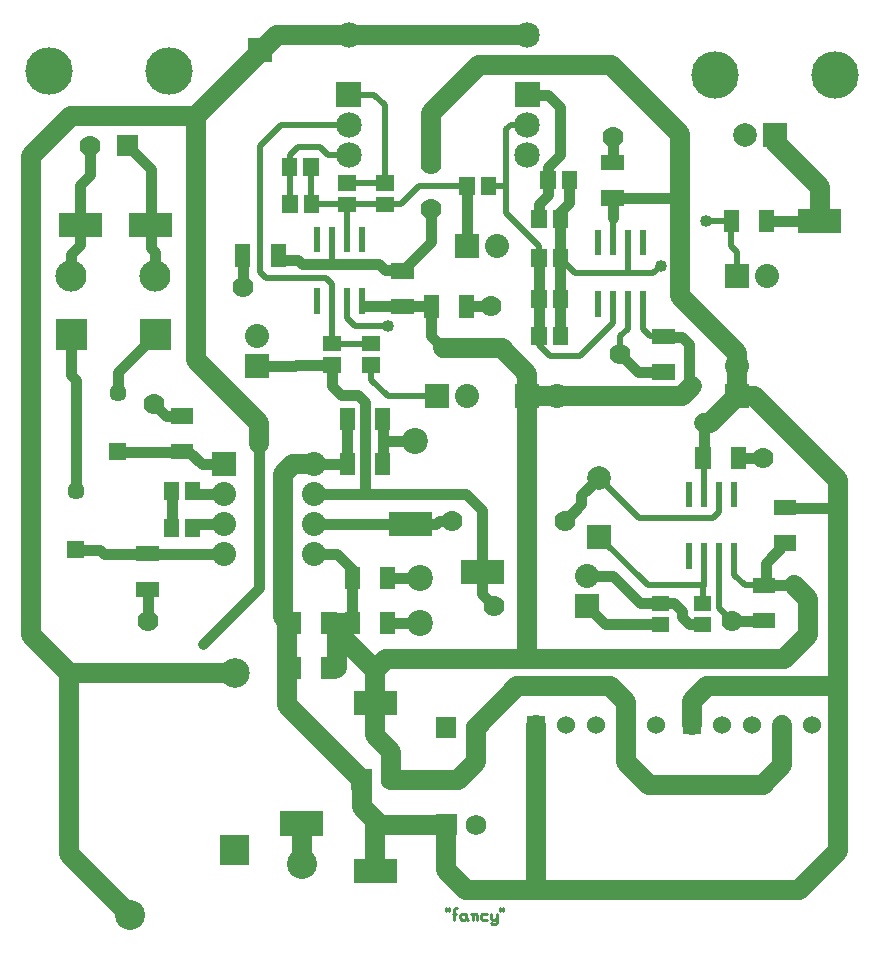
<source format=gtl>
G04 start of page 2 for group 3 layer_idx 0 *
G04 Title: (unknown), top_copper *
G04 Creator: pcb-rnd 2.3.0 *
G04 CreationDate: 2021-05-03 19:23:02 UTC *
G04 For:  *
G04 Format: Gerber/RS-274X *
G04 PCB-Dimensions: 500000 500000 *
G04 PCB-Coordinate-Origin: lower left *
%MOIN*%
%FSLAX25Y25*%
%LNTOP_COPPER_NONE_3*%
%ADD37C,0.0640*%
%ADD36C,0.0295*%
%ADD35C,0.0420*%
%ADD34C,0.0276*%
%ADD33C,0.0374*%
%ADD32C,0.0256*%
%ADD31C,0.0790*%
%ADD30C,0.0394*%
%ADD29C,0.0430*%
%ADD28C,0.1040*%
%ADD27C,0.0600*%
%ADD26C,0.0984*%
%ADD25C,0.0689*%
%ADD24C,0.1000*%
%ADD23C,0.0866*%
%ADD22C,0.0571*%
%ADD21C,0.0787*%
%ADD20C,0.1580*%
%ADD19C,0.0400*%
%ADD18C,0.0800*%
%ADD17C,0.0850*%
%ADD16C,0.0001*%
%ADD15C,0.0700*%
%ADD14C,0.0090*%
%ADD13C,0.0350*%
%ADD12C,0.0200*%
%ADD11C,0.0650*%
G54D11*X101000Y358000D02*X87500Y344500D01*
X101000Y358000D02*X113390D01*
X113540D02*X142500D01*
X169500Y385000D01*
G54D12*X164000Y348000D02*X171000Y355000D01*
X174000Y345000D02*X176500Y347500D01*
X193500Y355000D02*X171000D01*
X174000Y345000D02*Y341129D01*
X193500Y345000D02*X186500D01*
X184000Y347500D01*
X176500D01*
G54D11*X221000Y359000D02*X237000Y375000D01*
G54D12*X205500Y361500D02*X202000Y365000D01*
X193500D01*
X174000Y341129D02*X173871Y341000D01*
G54D11*X350500Y334400D02*X335400Y349500D01*
G54D13*X281500Y342405D02*Y351000D01*
G54D11*X237000Y375000D02*X281000Y375000D01*
G54D12*X246000Y353500D02*X247500Y355000D01*
X253000D01*
G54D13*X260000Y365000D02*X253000D01*
G54D11*X281000Y375000D02*X304000Y352000D01*
G54D13*X264000Y345000D02*Y361000D01*
X260000Y365000D01*
G54D11*X169500Y385000D02*X253000D01*
G54D12*X193000Y335543D02*X205500D01*
X205543Y335500D02*X205500Y335543D01*
X217000Y334500D02*X232457D01*
X239543D02*X246000D01*
G54D13*X260000Y336457D02*X259957Y336500D01*
Y340957D01*
X264000Y345000D01*
X267000Y336457D02*X267043Y336500D01*
G54D12*X205500Y335543D02*Y361500D01*
G54D11*X221000Y359000D02*Y342000D01*
G54D13*X127520Y340320D02*X119840Y348000D01*
X107240D02*Y338240D01*
X104000Y335000D01*
G54D11*X350500Y323000D02*Y334400D01*
G54D12*X323000Y312500D02*Y304500D01*
G54D13*X332810Y323000D02*X350500D01*
G54D12*X321980Y208980D02*Y204980D01*
X338885Y227480D02*X338980Y227386D01*
G54D13*X356386D01*
X323405Y244000D02*X331500D01*
G54D11*X356500Y236500D02*X328500Y264500D01*
G54D12*X321980Y204980D02*X325480Y201480D01*
X331980D01*
G54D13*X332480Y209076D02*X338980Y215576D01*
G54D11*X346500Y185000D02*Y197000D01*
X356500Y113000D02*Y236500D01*
X346500Y197000D02*X342000Y201500D01*
G54D13*X332000D01*
X331980Y201480D01*
G54D12*X164000Y306000D02*Y348000D01*
G54D13*X127520Y321480D02*Y340320D01*
X104000Y335000D02*Y315000D01*
X129000Y312500D02*X127500Y314000D01*
Y321500D01*
X158190Y301430D02*Y309905D01*
X104000Y315000D02*X101000Y312000D01*
Y304685D01*
X129000D02*Y312500D01*
X116500Y265685D02*Y272500D01*
X129000Y285000D01*
X132595Y257905D02*X128500Y262000D01*
X102500Y270000D02*X101000Y271500D01*
X138000Y257905D02*X132595D01*
X101000Y271500D02*Y285000D01*
G54D11*X87500Y344500D02*Y185000D01*
G54D13*X116595Y246095D02*X116500Y246000D01*
X102500Y233000D02*Y270000D01*
Y213315D02*X110685D01*
X112000Y212000D01*
X140405Y246095D02*X144500Y242000D01*
X152000D01*
X140405Y246095D02*X116595D01*
X152000Y212000D02*X112000D01*
X158190Y300810D02*X157880Y301120D01*
X126500Y200190D02*Y189500D01*
G54D12*X166000Y304000D02*X164000Y306000D01*
G54D11*X163500Y255500D02*X142500Y276500D01*
G54D13*X163500Y255500D02*Y200500D01*
X157880Y301120D02*X158190Y301430D01*
G54D11*X163500Y255500D02*Y248500D01*
G54D13*X142543Y232000D02*X141543Y233000D01*
X152000Y222000D02*X143043D01*
X141543Y220500D01*
X163500Y200500D02*X145000Y182000D01*
G54D11*X142500Y358000D02*Y276500D01*
G54D13*X151967Y211967D02*X152000Y212000D01*
X180202Y231967D02*X180235Y232000D01*
X134457Y233000D02*Y220500D01*
X152000Y232000D02*X142543D01*
X182020Y221980D02*X182000Y222000D01*
G54D11*X175000Y242000D02*X171500Y238500D01*
X182000Y242000D02*X175000D01*
G54D13*X175500Y274500D02*X163000D01*
G54D12*X173871Y341000D02*Y328543D01*
X173914Y328500D01*
X180957Y341000D02*Y328543D01*
X181000Y328500D01*
G54D11*X171500Y238500D02*Y191000D01*
G54D13*X170000Y309905D02*X176595D01*
X178000Y308500D01*
X175957Y274957D02*X175500Y274500D01*
G54D11*X171500Y191000D02*X173500Y189000D01*
X253000Y177000D02*Y272000D01*
G54D12*X290343Y224000D02*X277000Y237343D01*
G54D13*X281500Y204500D02*X273000D01*
X265500Y223000D02*X271000Y228500D01*
Y231500D01*
X276921Y237421D01*
G54D12*X293157Y201500D02*X277000Y217657D01*
G54D13*X279000Y188500D02*X273000Y194500D01*
X290498Y195502D02*X281500Y204500D01*
X297418Y188500D02*X297480Y188438D01*
X297502Y195502D02*X301998D01*
X304500Y193000D01*
X297500Y195502D02*X290498D01*
X238000Y226500D02*Y206000D01*
X238020Y205980D01*
Y198480D01*
X242000Y194500D01*
X304500Y193000D02*Y191000D01*
X307000Y188500D01*
G54D12*X311980Y208980D02*Y201500D01*
X311480Y201000D01*
G54D13*X332480Y209076D02*Y201480D01*
X307000Y188500D02*X311418D01*
G54D12*X311480Y201000D02*Y195524D01*
X311980Y201500D02*X293157D01*
G54D13*X311418Y188500D02*X311480Y188438D01*
X297418Y188500D02*X279000D01*
G54D12*X316980Y233980D02*Y225980D01*
G54D13*X238000Y226500D02*X232500Y232000D01*
G54D12*X315000Y224000D02*X290343D01*
X316980Y225980D02*X315000Y224000D01*
X311980Y245980D02*X312000Y246000D01*
G54D11*X323000Y264500D02*X314000Y255500D01*
G54D13*X312000D02*Y246020D01*
X307000Y267000D02*X304500Y264500D01*
G54D11*X308000Y268000D02*X304500Y264500D01*
X314000Y255500D02*X312000D01*
G54D12*X311980Y233980D02*Y245980D01*
G54D13*X312000Y246020D02*X311980Y246000D01*
G54D11*X328500Y264500D02*X323000D01*
G54D13*X281500Y324000D02*Y330500D01*
X281595Y330595D01*
X256957Y323500D02*Y328457D01*
X260000Y331500D01*
X264043Y326043D02*X267000Y329000D01*
X281500Y330595D02*X303905D01*
X304000Y330500D01*
G54D12*X281500Y318000D02*Y324000D01*
G54D13*X260000Y331500D02*Y336457D01*
X267000Y329000D02*Y336457D01*
G54D11*X304000Y352000D02*Y298000D01*
G54D12*X281500Y293000D02*Y289000D01*
X286500Y305500D02*Y306000D01*
X297500Y308000D02*X295000Y305500D01*
X286500Y306000D02*Y318000D01*
X246000Y325500D02*Y353500D01*
G54D13*X233000Y334500D02*Y314500D01*
G54D12*X321000Y323000D02*X312500D01*
X321000D02*Y314500D01*
X323000Y312500D01*
X269043Y305500D02*X295000D01*
G54D13*X264043Y297000D02*Y326043D01*
X256957Y310500D02*Y284500D01*
G54D12*X286500Y293000D02*Y287000D01*
G54D13*X241000Y294500D02*X232810D01*
G54D12*X257000Y284543D02*X256957Y284500D01*
G54D13*X264043Y296957D02*Y284500D01*
G54D12*X286500Y287000D02*X284000Y284500D01*
X291500Y293000D02*Y287000D01*
X294000Y284500D01*
X281500Y289000D02*X270500Y278000D01*
G54D11*X253000Y272000D02*X244500Y280500D01*
X225000D02*X244500D01*
G54D12*X256957Y284500D02*Y281543D01*
X284000Y284500D02*Y278500D01*
G54D13*X289905Y272595D02*X284000Y278500D01*
G54D12*X256957Y281543D02*X260500Y278000D01*
X270500D01*
G54D13*X298500Y272595D02*X289905D01*
G54D12*X294000Y284500D02*X298405D01*
X298500Y284405D01*
G54D13*X304595D01*
X307000Y282000D01*
G54D11*X304000Y298000D02*X323000Y279000D01*
Y264500D01*
G54D13*X307000Y282000D02*Y267000D01*
G54D11*X284000Y264500D02*X304500D01*
X284000D02*X253000D01*
G54D12*X188000Y286000D02*Y282043D01*
X201000D01*
X193000Y290500D02*X195500Y288000D01*
X206500D01*
G54D13*X188043Y274914D02*X187957Y275000D01*
Y268043D01*
X191000Y265000D01*
X196500D01*
X199000Y262500D01*
X221000Y294500D02*X199000D01*
X221000D02*Y284500D01*
X225000Y280500D01*
G54D12*X201000Y274957D02*Y270000D01*
X206500Y264500D01*
G54D13*X188000Y274957D02*X175957D01*
G54D12*X206500Y264500D02*X223000D01*
G54D13*X214000Y221960D02*X214020Y221980D01*
X206500Y189000D02*X217190D01*
X206500Y204000D02*X217190D01*
X204810Y249500D02*X215500D01*
X182000Y232000D02*X232500D01*
X182020Y221980D02*X222480D01*
X223500Y223000D01*
X228000D01*
X204810Y257000D02*Y242000D01*
X193000Y257000D02*Y242000D01*
X182000D01*
X199000Y262500D02*Y232000D01*
X182000Y212000D02*X189690D01*
X194690Y207000D02*Y189000D01*
G54D11*X189000D02*X192500D01*
G54D13*X189690Y212000D02*X194690Y207000D01*
G54D11*X191000Y189000D02*Y184500D01*
G54D12*X188000Y286000D02*Y302000D01*
Y319000D02*Y308500D01*
X193000Y319000D02*Y328500D01*
Y294000D02*Y290500D01*
X188000Y302000D02*X186000Y304000D01*
X166000D01*
X205457Y328500D02*X205500Y328457D01*
G54D13*X203500Y308500D02*X178000D01*
G54D12*X181000Y328500D02*X205457D01*
X256957Y310500D02*Y314543D01*
X205500Y328457D02*X210957D01*
G54D13*X205500Y306500D02*X203500Y308500D01*
X205500Y306500D02*X211310D01*
X221000Y327000D02*Y316000D01*
X211500Y306500D01*
X211310D02*X211500Y306310D01*
G54D12*X257000Y296914D02*X256957Y296957D01*
X269043Y305500D02*X264043Y310500D01*
X256957Y314543D02*X246000Y325500D01*
X210957Y328457D02*X217000Y334500D01*
G54D11*X155506Y172276D02*X100224D01*
X87500Y185000D01*
X202306Y173194D02*X191000Y184500D01*
G54D13*X321290Y189670D02*X331980D01*
G54D12*X316980Y193980D02*X321290Y189670D01*
G54D11*X202306Y173306D02*X206000Y177000D01*
X189500Y174000D02*Y189000D01*
G54D12*X311980Y196024D02*X311480Y195524D01*
X316980Y208980D02*Y193980D01*
G54D11*X202153Y160567D02*X202306Y160720D01*
X202153Y151641D02*Y160567D01*
X197780Y136720D02*X173000Y161500D01*
Y189500D02*Y161500D01*
X197806Y127720D02*Y136720D01*
X207733D02*Y146061D01*
X197806Y136720D02*X197780D01*
X235826Y142740D02*Y154070D01*
X203806Y121720D02*X197806Y127720D01*
X207806Y136720D02*X229806D01*
X207733Y146061D02*X202153Y151641D01*
X100224Y172276D02*Y111776D01*
X120500Y91500D01*
X226000Y121720D02*Y106500D01*
X177826Y122070D02*Y108570D01*
X226000Y106500D02*X232500Y100000D01*
X202306Y107090D02*Y121720D01*
X226006D02*X203806D01*
X229806Y136720D02*X235806Y142720D01*
X249756Y168000D02*X235826Y154070D01*
X202306Y162220D02*Y173194D01*
X256000Y155000D02*Y100000D01*
G54D12*X297523Y195480D02*X297480Y195524D01*
G54D11*X308000Y163000D02*X313000Y168000D01*
X308000Y163000D02*Y155000D01*
X202306Y162220D02*Y173306D01*
X206000Y177000D02*X338500D01*
X346500Y185000D01*
X331500Y135000D02*X293500D01*
X286000Y142500D01*
Y155500D01*
X313000Y168000D02*X356500D01*
X338000Y155000D02*Y141500D01*
X331500Y135000D01*
X249756Y168000D02*X280500D01*
X286000Y162500D01*
Y155000D01*
X202326Y107070D02*X202306Y107090D01*
X232500Y100000D02*X343500D01*
X356500Y113000D01*
G54D14*X226000Y94000D02*Y93000D01*
X227000Y94000D02*Y93000D01*
X228700Y93500D02*Y90000D01*
Y93500D02*X229200Y94000D01*
X229700D01*
X228200Y92000D02*X229200D01*
X232200D02*X232700Y91500D01*
X231200Y92000D02*X232200D01*
X230700Y91500D02*X231200Y92000D01*
X230700Y91500D02*Y90500D01*
X231200Y90000D01*
X232700Y92000D02*Y90500D01*
X233200Y90000D01*
X231200D02*X232200D01*
X232700Y90500D01*
X234900Y91500D02*Y90000D01*
Y91500D02*X235400Y92000D01*
X235900D01*
X236400Y91500D01*
Y90000D01*
X234400Y92000D02*X234900Y91500D01*
X238100Y92000D02*X239600D01*
X237600Y91500D02*X238100Y92000D01*
X237600Y91500D02*Y90500D01*
X238100Y90000D01*
X239600D01*
X240800Y92000D02*Y90500D01*
X241300Y90000D01*
X242800Y92000D02*Y89000D01*
X242300Y88500D02*X242800Y89000D01*
X241300Y88500D02*X242300D01*
X240800Y89000D02*X241300Y88500D01*
Y90000D02*X242300D01*
X242800Y90500D01*
X244000Y94000D02*Y93000D01*
X245000Y94000D02*Y93000D01*
G54D15*X281500Y351000D03*
G54D16*G36*
X277500Y320000D02*Y311500D01*
X275500D01*
Y320000D01*
X277500D01*
G37*
G36*
X282500D02*Y311500D01*
X280500D01*
Y320000D01*
X282500D01*
G37*
G54D15*X241000Y294500D03*
G54D16*G36*
X259516Y313452D02*X254398D01*
Y307548D01*
X259516D01*
Y313452D01*
G37*
G36*
X266602D02*X261484D01*
Y307548D01*
X266602D01*
Y313452D01*
G37*
G36*
X259516Y299952D02*X254398D01*
Y294048D01*
X259516D01*
Y299952D01*
G37*
G36*
X266602D02*X261484D01*
Y294048D01*
X266602D01*
Y299952D01*
G37*
G36*
X275500Y291000D02*Y299500D01*
X277500D01*
Y291000D01*
X275500D01*
G37*
G36*
X280500D02*Y299500D01*
X282500D01*
Y291000D01*
X280500D01*
G37*
G36*
X242602Y337452D02*X237484D01*
Y331548D01*
X242602D01*
Y337452D01*
G37*
G54D17*X253000Y345000D03*
Y355000D03*
G54D16*G36*
X257150Y360850D02*Y369150D01*
X248850D01*
Y360850D01*
X257150D01*
G37*
G36*
X259516Y326452D02*X254398D01*
Y320548D01*
X259516D01*
Y326452D01*
G37*
G54D18*X243000Y314500D03*
G54D16*G36*
X262516Y339452D02*X257398D01*
Y333548D01*
X262516D01*
Y339452D01*
G37*
G54D17*X253000Y385000D03*
G54D16*G36*
X266602Y326452D02*X261484D01*
Y320548D01*
X266602D01*
Y326452D01*
G37*
G36*
X269602Y339452D02*X264484D01*
Y333548D01*
X269602D01*
Y339452D01*
G37*
G36*
X277760Y333154D02*Y328036D01*
X285240D01*
Y333154D01*
X277760D01*
G37*
G36*
Y344964D02*Y339846D01*
X285240D01*
Y344964D01*
X277760D01*
G37*
G54D19*X312500Y323000D03*
X297500Y308000D03*
G54D16*G36*
X285500Y291000D02*Y299500D01*
X287500D01*
Y291000D01*
X285500D01*
G37*
G36*
X287500Y320000D02*Y311500D01*
X285500D01*
Y320000D01*
X287500D01*
G37*
G36*
X290500Y291000D02*Y299500D01*
X292500D01*
Y291000D01*
X290500D01*
G37*
G36*
X292500Y320000D02*Y311500D01*
X290500D01*
Y320000D01*
X292500D01*
G37*
G36*
X323559Y326740D02*X318441D01*
Y319260D01*
X323559D01*
Y326740D01*
G37*
G36*
X335369D02*X330251D01*
Y319260D01*
X335369D01*
Y326740D01*
G37*
G36*
X343315Y327036D02*Y318964D01*
X357685D01*
Y327036D01*
X343315D01*
G37*
G54D20*X315500Y371500D03*
X355500D03*
G54D16*G36*
X331563Y355437D02*Y347563D01*
X339437D01*
Y355437D01*
X331563D01*
G37*
G54D21*X325500Y351500D03*
G54D16*G36*
X319000Y308500D02*X327000D01*
Y300500D01*
X319000D01*
Y308500D01*
G37*
G54D18*X333000Y304500D03*
G54D16*G36*
X148000Y246000D02*X156000D01*
Y238000D01*
X148000D01*
Y246000D01*
G37*
G36*
X137016Y235952D02*X131898D01*
Y230048D01*
X137016D01*
Y235952D01*
G37*
G36*
X134260Y248654D02*Y243536D01*
X141740D01*
Y248654D01*
X134260D01*
G37*
G36*
Y260464D02*Y255346D01*
X141740D01*
Y260464D01*
X134260D01*
G37*
G54D18*X152000Y232000D03*
G54D16*G36*
X137016Y223452D02*X131898D01*
Y217548D01*
X137016D01*
Y223452D01*
G37*
G36*
X144102Y235952D02*X138984D01*
Y230048D01*
X144102D01*
Y235952D01*
G37*
G54D15*X126500Y189500D03*
G54D18*X152000Y222000D03*
Y212000D03*
G54D16*G36*
X144102Y223452D02*X138984D01*
Y217548D01*
X144102D01*
Y223452D01*
G37*
G36*
X122760Y202749D02*Y197631D01*
X130240D01*
Y202749D01*
X122760D01*
G37*
G36*
Y214559D02*Y209441D01*
X130240D01*
Y214559D01*
X122760D01*
G37*
G36*
X113646Y243146D02*X119354D01*
Y248854D01*
X113646D01*
Y243146D01*
G37*
G36*
X99646Y210461D02*X105354D01*
Y216169D01*
X99646D01*
Y210461D01*
G37*
G54D22*X102500Y233000D03*
G54D18*X182000Y242000D03*
Y232000D03*
Y222000D03*
G54D16*G36*
X195559Y245740D02*X190441D01*
Y238260D01*
X195559D01*
Y245740D01*
G37*
G36*
Y260740D02*X190441D01*
Y253260D01*
X195559D01*
Y260740D01*
G37*
G54D18*X182000Y212000D03*
G54D16*G36*
X197249Y207740D02*X192131D01*
Y200260D01*
X197249D01*
Y207740D01*
G37*
G36*
Y192740D02*X192131D01*
Y185260D01*
X197249D01*
Y192740D01*
G37*
G36*
X177654D02*X172536D01*
Y185260D01*
X177654D01*
Y192740D01*
G37*
G36*
X189464D02*X184346D01*
Y185260D01*
X189464D01*
Y192740D01*
G37*
G54D23*X215500Y249500D03*
G54D16*G36*
X207369Y245740D02*X202251D01*
Y238260D01*
X207369D01*
Y245740D01*
G37*
G36*
Y260740D02*X202251D01*
Y253260D01*
X207369D01*
Y260740D01*
G37*
G54D23*X217190Y189000D03*
Y204000D03*
G54D16*G36*
X206834Y226016D02*Y217945D01*
X221204D01*
Y226016D01*
X206834D01*
G37*
G36*
X209059Y207740D02*X203941D01*
Y200260D01*
X209059D01*
Y207740D01*
G37*
G36*
Y192740D02*X203941D01*
Y185260D01*
X209059D01*
Y192740D01*
G37*
G54D24*X120500Y91500D03*
G54D16*G36*
X150585Y108299D02*X160428D01*
Y118142D01*
X150585D01*
Y108299D01*
G37*
G54D24*X177826Y108570D03*
G54D16*G36*
X195121Y110256D02*Y102185D01*
X209491D01*
Y110256D01*
X195121D01*
G37*
G36*
X194362Y140165D02*X201251D01*
Y133276D01*
X194362D01*
Y140165D01*
G37*
G54D25*X207649Y136720D03*
G54D16*G36*
X170641Y126106D02*Y118035D01*
X185011D01*
Y126106D01*
X170641D01*
G37*
G54D26*X155506Y172276D03*
G54D16*G36*
X195121Y166256D02*Y158185D01*
X209491D01*
Y166256D01*
X195121D01*
G37*
G36*
X177654Y177740D02*X172536D01*
Y170260D01*
X177654D01*
Y177740D01*
G37*
G36*
X189464D02*X184346D01*
Y170260D01*
X189464D01*
Y177740D01*
G37*
G54D15*X284000Y278500D03*
G54D16*G36*
X314154Y247740D02*X309036D01*
Y240260D01*
X314154D01*
Y247740D01*
G37*
G36*
X294760Y275154D02*Y270036D01*
X302240D01*
Y275154D01*
X294760D01*
G37*
G36*
Y286964D02*Y281846D01*
X302240D01*
Y286964D01*
X294760D01*
G37*
G36*
X305980Y206980D02*Y215480D01*
X307980D01*
Y206980D01*
X305980D01*
G37*
G36*
X307980Y235980D02*Y227480D01*
X305980D01*
Y235980D01*
X307980D01*
G37*
G36*
X312980D02*Y227480D01*
X310980D01*
Y235980D01*
X312980D01*
G37*
G36*
X294528Y198082D02*Y192964D01*
X300432D01*
Y198082D01*
X294528D01*
G37*
G36*
X308528D02*Y192964D01*
X314432D01*
Y198082D01*
X308528D01*
G37*
G36*
X310980Y206980D02*Y215480D01*
X312980D01*
Y206980D01*
X310980D01*
G37*
G36*
X315980D02*Y215480D01*
X317980D01*
Y206980D01*
X315980D01*
G37*
G36*
X317980Y235980D02*Y227480D01*
X315980D01*
Y235980D01*
X317980D01*
G37*
G36*
X320980Y206980D02*Y215480D01*
X322980D01*
Y206980D01*
X320980D01*
G37*
G36*
X322980Y235980D02*Y227480D01*
X320980D01*
Y235980D01*
X322980D01*
G37*
G36*
X325964Y247740D02*X320846D01*
Y240260D01*
X325964D01*
Y247740D01*
G37*
G36*
X319000Y260500D02*Y268500D01*
X327000D01*
Y260500D01*
X319000D01*
G37*
G54D18*X323000Y274500D03*
G54D15*X321290Y189670D03*
G54D16*G36*
X294528Y190996D02*Y185878D01*
X300432D01*
Y190996D01*
X294528D01*
G37*
G36*
X308528D02*Y185878D01*
X314432D01*
Y190996D01*
X308528D01*
G37*
G54D15*X128500Y262000D03*
G54D16*G36*
X185048Y277516D02*Y272398D01*
X190952D01*
Y277516D01*
X185048D01*
G37*
G36*
X198048D02*Y272398D01*
X203952D01*
Y277516D01*
X198048D01*
G37*
G36*
X249000Y268500D02*X257000D01*
Y260500D01*
X249000D01*
Y268500D01*
G37*
G54D18*X263000Y264500D03*
G54D16*G36*
X198048Y284602D02*Y279484D01*
X203952D01*
Y284602D01*
X198048D01*
G37*
G36*
X219000Y268500D02*X227000D01*
Y260500D01*
X219000D01*
Y268500D01*
G37*
G54D18*X233000Y264500D03*
G54D16*G36*
X159000Y270500D02*Y278500D01*
X167000D01*
Y270500D01*
X159000D01*
G37*
G54D22*X116500Y265685D03*
G54D16*G36*
X259516Y287452D02*X254398D01*
Y281548D01*
X259516D01*
Y287452D01*
G37*
G36*
X266602D02*X261484D01*
Y281548D01*
X266602D01*
Y287452D01*
G37*
G54D15*X331500Y244000D03*
G54D16*G36*
X335240Y218134D02*Y213016D01*
X342720D01*
Y218134D01*
X335240D01*
G37*
G36*
Y229945D02*Y224826D01*
X342720D01*
Y229945D01*
X335240D01*
G37*
G36*
X328240Y192230D02*Y187112D01*
X335720D01*
Y192230D01*
X328240D01*
G37*
G36*
Y204040D02*Y198922D01*
X335720D01*
Y204040D01*
X328240D01*
G37*
G54D27*X348000Y155000D03*
X338000D03*
X328000D03*
X318000D03*
G54D16*G36*
X311000Y152000D02*X305000D01*
Y158000D01*
X311000D01*
Y152000D01*
G37*
G54D27*X266000Y155000D03*
G54D16*G36*
X259000Y152000D02*X253000D01*
Y158000D01*
X259000D01*
Y152000D01*
G37*
G36*
X269000Y190500D02*Y198500D01*
X277000D01*
Y190500D01*
X269000D01*
G37*
G54D18*X273000Y204500D03*
G54D27*X296000Y155000D03*
X286000D03*
X276000D03*
G54D21*X277000Y237343D03*
G54D16*G36*
X273063Y213720D02*X280937D01*
Y221594D01*
X273063D01*
Y213720D01*
G37*
G54D15*X242000Y194500D03*
G54D16*G36*
X222539Y157515D02*X229429D01*
Y150626D01*
X222539D01*
Y157515D01*
G37*
G54D25*X235826Y154070D03*
G54D16*G36*
X222562Y125165D02*X229451D01*
Y118276D01*
X222562D01*
Y125165D01*
G37*
G54D25*X235849Y121720D03*
G54D16*G36*
X230834Y210016D02*Y201944D01*
X245204D01*
Y210016D01*
X230834D01*
G37*
G54D15*X228000Y223000D03*
X265500D03*
X221000Y342000D03*
G54D16*G36*
X235516Y337452D02*X230398D01*
Y331548D01*
X235516D01*
Y337452D01*
G37*
G36*
X190048Y331016D02*Y325898D01*
X195952D01*
Y331016D01*
X190048D01*
G37*
G36*
Y338102D02*Y332984D01*
X195952D01*
Y338102D01*
X190048D01*
G37*
G36*
X176430Y343952D02*X171312D01*
Y338048D01*
X176430D01*
Y343952D01*
G37*
G36*
X183516D02*X178398D01*
Y338048D01*
X183516D01*
Y343952D01*
G37*
G54D15*X221000Y327000D03*
G54D16*G36*
X202548Y331016D02*Y325898D01*
X208452D01*
Y331016D01*
X202548D01*
G37*
G36*
Y338102D02*Y332984D01*
X208452D01*
Y338102D01*
X202548D01*
G37*
G36*
X176473Y331452D02*X171355D01*
Y325548D01*
X176473D01*
Y331452D01*
G37*
G36*
X183559D02*X178441D01*
Y325548D01*
X183559D01*
Y331452D01*
G37*
G54D17*X193500Y345000D03*
Y355000D03*
G54D16*G36*
X197650Y360850D02*Y369150D01*
X189350D01*
Y360850D01*
X197650D01*
G37*
G54D17*X193500Y385000D03*
G54D16*G36*
X182000Y292000D02*Y300500D01*
X184000D01*
Y292000D01*
X182000D01*
G37*
G36*
X184000Y321000D02*Y312500D01*
X182000D01*
Y321000D01*
X184000D01*
G37*
G36*
X189000D02*Y312500D01*
X187000D01*
Y321000D01*
X189000D01*
G37*
G54D19*X206500Y288000D03*
G54D16*G36*
X185048Y284602D02*Y279484D01*
X190952D01*
Y284602D01*
X185048D01*
G37*
G36*
X187000Y292000D02*Y300500D01*
X189000D01*
Y292000D01*
X187000D01*
G37*
G36*
X192000D02*Y300500D01*
X194000D01*
Y292000D01*
X192000D01*
G37*
G36*
X197000D02*Y300500D01*
X199000D01*
Y292000D01*
X197000D01*
G37*
G54D18*X163000Y284500D03*
G54D16*G36*
X194000Y321000D02*Y312500D01*
X192000D01*
Y321000D01*
X194000D01*
G37*
G36*
X172559Y315145D02*X167441D01*
Y307665D01*
X172559D01*
Y315145D01*
G37*
G36*
X199000Y321000D02*Y312500D01*
X197000D01*
Y321000D01*
X199000D01*
G37*
G36*
X207760Y297059D02*Y291941D01*
X215240D01*
Y297059D01*
X207760D01*
G37*
G36*
X223559Y298240D02*X218441D01*
Y290760D01*
X223559D01*
Y298240D01*
G37*
G36*
X235369D02*X230251D01*
Y290760D01*
X235369D01*
Y298240D01*
G37*
G36*
X207760Y308869D02*Y303751D01*
X215240D01*
Y308869D01*
X207760D01*
G37*
G36*
X229000Y318500D02*X237000D01*
Y310500D01*
X229000D01*
Y318500D01*
G37*
G54D20*X93540Y373000D03*
X133540D03*
G54D15*X107240Y348000D03*
G54D16*G36*
X116340Y351500D02*Y344500D01*
X123340D01*
Y351500D01*
X116340D01*
G37*
G54D15*X113540Y358000D03*
G54D16*G36*
X160000Y384000D02*X168000D01*
Y376000D01*
X160000D01*
Y384000D01*
G37*
G36*
X120334Y325516D02*Y317444D01*
X134704D01*
Y325516D01*
X120334D01*
G37*
G36*
X96815Y325536D02*Y317464D01*
X111185D01*
Y325536D01*
X96815D01*
G37*
G36*
X95800Y279800D02*X106200D01*
Y290200D01*
X95800D01*
Y279800D01*
G37*
G54D28*X101000Y304685D03*
G54D16*G36*
X123800Y279800D02*X134200D01*
Y290200D01*
X123800D01*
Y279800D01*
G37*
G54D28*X129000Y304685D03*
G54D15*X158190Y300810D03*
G54D16*G36*
X160749Y315145D02*X155631D01*
Y307665D01*
X160749D01*
Y315145D01*
G37*
G54D13*G54D29*G54D30*G54D29*G54D12*G54D31*G54D13*G54D30*G54D13*G54D30*G54D32*G54D30*G54D27*G54D33*G54D27*G54D34*G54D33*G54D13*G54D30*G54D13*G54D30*G54D32*G54D13*G54D35*G54D30*G54D35*G54D36*G54D13*G54D34*G54D13*G54D29*G54D12*G54D30*G54D31*G54D13*G54D30*G54D37*G54D13*M02*

</source>
